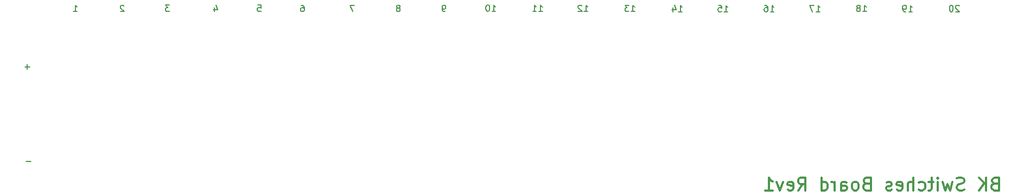
<source format=gbr>
%TF.GenerationSoftware,KiCad,Pcbnew,9.0.3*%
%TF.CreationDate,2025-07-15T09:49:43+03:00*%
%TF.ProjectId,switches_board,73776974-6368-4657-935f-626f6172642e,rev?*%
%TF.SameCoordinates,Original*%
%TF.FileFunction,Legend,Bot*%
%TF.FilePolarity,Positive*%
%FSLAX46Y46*%
G04 Gerber Fmt 4.6, Leading zero omitted, Abs format (unit mm)*
G04 Created by KiCad (PCBNEW 9.0.3) date 2025-07-15 09:49:43*
%MOMM*%
%LPD*%
G01*
G04 APERTURE LIST*
%ADD10C,0.150000*%
%ADD11C,0.300000*%
G04 APERTURE END LIST*
D10*
X58964411Y-85069819D02*
X59535839Y-85069819D01*
X59250125Y-85069819D02*
X59250125Y-84069819D01*
X59250125Y-84069819D02*
X59345363Y-84212676D01*
X59345363Y-84212676D02*
X59440601Y-84307914D01*
X59440601Y-84307914D02*
X59535839Y-84355533D01*
X174869411Y-85119819D02*
X175440839Y-85119819D01*
X175155125Y-85119819D02*
X175155125Y-84119819D01*
X175155125Y-84119819D02*
X175250363Y-84262676D01*
X175250363Y-84262676D02*
X175345601Y-84357914D01*
X175345601Y-84357914D02*
X175440839Y-84405533D01*
X174536077Y-84119819D02*
X173869411Y-84119819D01*
X173869411Y-84119819D02*
X174297982Y-85119819D01*
X80954649Y-84413152D02*
X80954649Y-85079819D01*
X81192744Y-84032200D02*
X81430839Y-84746485D01*
X81430839Y-84746485D02*
X80811792Y-84746485D01*
X102778458Y-84069819D02*
X102111792Y-84069819D01*
X102111792Y-84069819D02*
X102540363Y-85069819D01*
X116975601Y-85079819D02*
X116785125Y-85079819D01*
X116785125Y-85079819D02*
X116689887Y-85032200D01*
X116689887Y-85032200D02*
X116642268Y-84984580D01*
X116642268Y-84984580D02*
X116547030Y-84841723D01*
X116547030Y-84841723D02*
X116499411Y-84651247D01*
X116499411Y-84651247D02*
X116499411Y-84270295D01*
X116499411Y-84270295D02*
X116547030Y-84175057D01*
X116547030Y-84175057D02*
X116594649Y-84127438D01*
X116594649Y-84127438D02*
X116689887Y-84079819D01*
X116689887Y-84079819D02*
X116880363Y-84079819D01*
X116880363Y-84079819D02*
X116975601Y-84127438D01*
X116975601Y-84127438D02*
X117023220Y-84175057D01*
X117023220Y-84175057D02*
X117070839Y-84270295D01*
X117070839Y-84270295D02*
X117070839Y-84508390D01*
X117070839Y-84508390D02*
X117023220Y-84603628D01*
X117023220Y-84603628D02*
X116975601Y-84651247D01*
X116975601Y-84651247D02*
X116880363Y-84698866D01*
X116880363Y-84698866D02*
X116689887Y-84698866D01*
X116689887Y-84698866D02*
X116594649Y-84651247D01*
X116594649Y-84651247D02*
X116547030Y-84603628D01*
X116547030Y-84603628D02*
X116499411Y-84508390D01*
X94504649Y-84079819D02*
X94695125Y-84079819D01*
X94695125Y-84079819D02*
X94790363Y-84127438D01*
X94790363Y-84127438D02*
X94837982Y-84175057D01*
X94837982Y-84175057D02*
X94933220Y-84317914D01*
X94933220Y-84317914D02*
X94980839Y-84508390D01*
X94980839Y-84508390D02*
X94980839Y-84889342D01*
X94980839Y-84889342D02*
X94933220Y-84984580D01*
X94933220Y-84984580D02*
X94885601Y-85032200D01*
X94885601Y-85032200D02*
X94790363Y-85079819D01*
X94790363Y-85079819D02*
X94599887Y-85079819D01*
X94599887Y-85079819D02*
X94504649Y-85032200D01*
X94504649Y-85032200D02*
X94457030Y-84984580D01*
X94457030Y-84984580D02*
X94409411Y-84889342D01*
X94409411Y-84889342D02*
X94409411Y-84651247D01*
X94409411Y-84651247D02*
X94457030Y-84556009D01*
X94457030Y-84556009D02*
X94504649Y-84508390D01*
X94504649Y-84508390D02*
X94599887Y-84460771D01*
X94599887Y-84460771D02*
X94790363Y-84460771D01*
X94790363Y-84460771D02*
X94885601Y-84508390D01*
X94885601Y-84508390D02*
X94933220Y-84556009D01*
X94933220Y-84556009D02*
X94980839Y-84651247D01*
X73968458Y-84059819D02*
X73349411Y-84059819D01*
X73349411Y-84059819D02*
X73682744Y-84440771D01*
X73682744Y-84440771D02*
X73539887Y-84440771D01*
X73539887Y-84440771D02*
X73444649Y-84488390D01*
X73444649Y-84488390D02*
X73397030Y-84536009D01*
X73397030Y-84536009D02*
X73349411Y-84631247D01*
X73349411Y-84631247D02*
X73349411Y-84869342D01*
X73349411Y-84869342D02*
X73397030Y-84964580D01*
X73397030Y-84964580D02*
X73444649Y-85012200D01*
X73444649Y-85012200D02*
X73539887Y-85059819D01*
X73539887Y-85059819D02*
X73825601Y-85059819D01*
X73825601Y-85059819D02*
X73920839Y-85012200D01*
X73920839Y-85012200D02*
X73968458Y-84964580D01*
X66860839Y-84165057D02*
X66813220Y-84117438D01*
X66813220Y-84117438D02*
X66717982Y-84069819D01*
X66717982Y-84069819D02*
X66479887Y-84069819D01*
X66479887Y-84069819D02*
X66384649Y-84117438D01*
X66384649Y-84117438D02*
X66337030Y-84165057D01*
X66337030Y-84165057D02*
X66289411Y-84260295D01*
X66289411Y-84260295D02*
X66289411Y-84355533D01*
X66289411Y-84355533D02*
X66337030Y-84498390D01*
X66337030Y-84498390D02*
X66908458Y-85069819D01*
X66908458Y-85069819D02*
X66289411Y-85069819D01*
X87737030Y-84049819D02*
X88213220Y-84049819D01*
X88213220Y-84049819D02*
X88260839Y-84526009D01*
X88260839Y-84526009D02*
X88213220Y-84478390D01*
X88213220Y-84478390D02*
X88117982Y-84430771D01*
X88117982Y-84430771D02*
X87879887Y-84430771D01*
X87879887Y-84430771D02*
X87784649Y-84478390D01*
X87784649Y-84478390D02*
X87737030Y-84526009D01*
X87737030Y-84526009D02*
X87689411Y-84621247D01*
X87689411Y-84621247D02*
X87689411Y-84859342D01*
X87689411Y-84859342D02*
X87737030Y-84954580D01*
X87737030Y-84954580D02*
X87784649Y-85002200D01*
X87784649Y-85002200D02*
X87879887Y-85049819D01*
X87879887Y-85049819D02*
X88117982Y-85049819D01*
X88117982Y-85049819D02*
X88213220Y-85002200D01*
X88213220Y-85002200D02*
X88260839Y-84954580D01*
X52160951Y-93743866D02*
X51399047Y-93743866D01*
X51779999Y-94124819D02*
X51779999Y-93362914D01*
X160499411Y-85099819D02*
X161070839Y-85099819D01*
X160785125Y-85099819D02*
X160785125Y-84099819D01*
X160785125Y-84099819D02*
X160880363Y-84242676D01*
X160880363Y-84242676D02*
X160975601Y-84337914D01*
X160975601Y-84337914D02*
X161070839Y-84385533D01*
X159594649Y-84099819D02*
X160070839Y-84099819D01*
X160070839Y-84099819D02*
X160118458Y-84576009D01*
X160118458Y-84576009D02*
X160070839Y-84528390D01*
X160070839Y-84528390D02*
X159975601Y-84480771D01*
X159975601Y-84480771D02*
X159737506Y-84480771D01*
X159737506Y-84480771D02*
X159642268Y-84528390D01*
X159642268Y-84528390D02*
X159594649Y-84576009D01*
X159594649Y-84576009D02*
X159547030Y-84671247D01*
X159547030Y-84671247D02*
X159547030Y-84909342D01*
X159547030Y-84909342D02*
X159594649Y-85004580D01*
X159594649Y-85004580D02*
X159642268Y-85052200D01*
X159642268Y-85052200D02*
X159737506Y-85099819D01*
X159737506Y-85099819D02*
X159975601Y-85099819D01*
X159975601Y-85099819D02*
X160070839Y-85052200D01*
X160070839Y-85052200D02*
X160118458Y-85004580D01*
D11*
X202709774Y-112067019D02*
X202424060Y-112162257D01*
X202424060Y-112162257D02*
X202328822Y-112257495D01*
X202328822Y-112257495D02*
X202233584Y-112447971D01*
X202233584Y-112447971D02*
X202233584Y-112733685D01*
X202233584Y-112733685D02*
X202328822Y-112924161D01*
X202328822Y-112924161D02*
X202424060Y-113019400D01*
X202424060Y-113019400D02*
X202614536Y-113114638D01*
X202614536Y-113114638D02*
X203376441Y-113114638D01*
X203376441Y-113114638D02*
X203376441Y-111114638D01*
X203376441Y-111114638D02*
X202709774Y-111114638D01*
X202709774Y-111114638D02*
X202519298Y-111209876D01*
X202519298Y-111209876D02*
X202424060Y-111305114D01*
X202424060Y-111305114D02*
X202328822Y-111495590D01*
X202328822Y-111495590D02*
X202328822Y-111686066D01*
X202328822Y-111686066D02*
X202424060Y-111876542D01*
X202424060Y-111876542D02*
X202519298Y-111971780D01*
X202519298Y-111971780D02*
X202709774Y-112067019D01*
X202709774Y-112067019D02*
X203376441Y-112067019D01*
X201376441Y-113114638D02*
X201376441Y-111114638D01*
X200233584Y-113114638D02*
X201090727Y-111971780D01*
X200233584Y-111114638D02*
X201376441Y-112257495D01*
X197947869Y-113019400D02*
X197662155Y-113114638D01*
X197662155Y-113114638D02*
X197185964Y-113114638D01*
X197185964Y-113114638D02*
X196995488Y-113019400D01*
X196995488Y-113019400D02*
X196900250Y-112924161D01*
X196900250Y-112924161D02*
X196805012Y-112733685D01*
X196805012Y-112733685D02*
X196805012Y-112543209D01*
X196805012Y-112543209D02*
X196900250Y-112352733D01*
X196900250Y-112352733D02*
X196995488Y-112257495D01*
X196995488Y-112257495D02*
X197185964Y-112162257D01*
X197185964Y-112162257D02*
X197566917Y-112067019D01*
X197566917Y-112067019D02*
X197757393Y-111971780D01*
X197757393Y-111971780D02*
X197852631Y-111876542D01*
X197852631Y-111876542D02*
X197947869Y-111686066D01*
X197947869Y-111686066D02*
X197947869Y-111495590D01*
X197947869Y-111495590D02*
X197852631Y-111305114D01*
X197852631Y-111305114D02*
X197757393Y-111209876D01*
X197757393Y-111209876D02*
X197566917Y-111114638D01*
X197566917Y-111114638D02*
X197090726Y-111114638D01*
X197090726Y-111114638D02*
X196805012Y-111209876D01*
X196138345Y-111781304D02*
X195757393Y-113114638D01*
X195757393Y-113114638D02*
X195376440Y-112162257D01*
X195376440Y-112162257D02*
X194995488Y-113114638D01*
X194995488Y-113114638D02*
X194614536Y-111781304D01*
X193852631Y-113114638D02*
X193852631Y-111781304D01*
X193852631Y-111114638D02*
X193947869Y-111209876D01*
X193947869Y-111209876D02*
X193852631Y-111305114D01*
X193852631Y-111305114D02*
X193757393Y-111209876D01*
X193757393Y-111209876D02*
X193852631Y-111114638D01*
X193852631Y-111114638D02*
X193852631Y-111305114D01*
X193185964Y-111781304D02*
X192424060Y-111781304D01*
X192900250Y-111114638D02*
X192900250Y-112828923D01*
X192900250Y-112828923D02*
X192805012Y-113019400D01*
X192805012Y-113019400D02*
X192614536Y-113114638D01*
X192614536Y-113114638D02*
X192424060Y-113114638D01*
X190900250Y-113019400D02*
X191090726Y-113114638D01*
X191090726Y-113114638D02*
X191471679Y-113114638D01*
X191471679Y-113114638D02*
X191662155Y-113019400D01*
X191662155Y-113019400D02*
X191757393Y-112924161D01*
X191757393Y-112924161D02*
X191852631Y-112733685D01*
X191852631Y-112733685D02*
X191852631Y-112162257D01*
X191852631Y-112162257D02*
X191757393Y-111971780D01*
X191757393Y-111971780D02*
X191662155Y-111876542D01*
X191662155Y-111876542D02*
X191471679Y-111781304D01*
X191471679Y-111781304D02*
X191090726Y-111781304D01*
X191090726Y-111781304D02*
X190900250Y-111876542D01*
X190043107Y-113114638D02*
X190043107Y-111114638D01*
X189185964Y-113114638D02*
X189185964Y-112067019D01*
X189185964Y-112067019D02*
X189281202Y-111876542D01*
X189281202Y-111876542D02*
X189471678Y-111781304D01*
X189471678Y-111781304D02*
X189757393Y-111781304D01*
X189757393Y-111781304D02*
X189947869Y-111876542D01*
X189947869Y-111876542D02*
X190043107Y-111971780D01*
X187471678Y-113019400D02*
X187662154Y-113114638D01*
X187662154Y-113114638D02*
X188043107Y-113114638D01*
X188043107Y-113114638D02*
X188233583Y-113019400D01*
X188233583Y-113019400D02*
X188328821Y-112828923D01*
X188328821Y-112828923D02*
X188328821Y-112067019D01*
X188328821Y-112067019D02*
X188233583Y-111876542D01*
X188233583Y-111876542D02*
X188043107Y-111781304D01*
X188043107Y-111781304D02*
X187662154Y-111781304D01*
X187662154Y-111781304D02*
X187471678Y-111876542D01*
X187471678Y-111876542D02*
X187376440Y-112067019D01*
X187376440Y-112067019D02*
X187376440Y-112257495D01*
X187376440Y-112257495D02*
X188328821Y-112447971D01*
X186614535Y-113019400D02*
X186424059Y-113114638D01*
X186424059Y-113114638D02*
X186043107Y-113114638D01*
X186043107Y-113114638D02*
X185852630Y-113019400D01*
X185852630Y-113019400D02*
X185757392Y-112828923D01*
X185757392Y-112828923D02*
X185757392Y-112733685D01*
X185757392Y-112733685D02*
X185852630Y-112543209D01*
X185852630Y-112543209D02*
X186043107Y-112447971D01*
X186043107Y-112447971D02*
X186328821Y-112447971D01*
X186328821Y-112447971D02*
X186519297Y-112352733D01*
X186519297Y-112352733D02*
X186614535Y-112162257D01*
X186614535Y-112162257D02*
X186614535Y-112067019D01*
X186614535Y-112067019D02*
X186519297Y-111876542D01*
X186519297Y-111876542D02*
X186328821Y-111781304D01*
X186328821Y-111781304D02*
X186043107Y-111781304D01*
X186043107Y-111781304D02*
X185852630Y-111876542D01*
X182709772Y-112067019D02*
X182424058Y-112162257D01*
X182424058Y-112162257D02*
X182328820Y-112257495D01*
X182328820Y-112257495D02*
X182233582Y-112447971D01*
X182233582Y-112447971D02*
X182233582Y-112733685D01*
X182233582Y-112733685D02*
X182328820Y-112924161D01*
X182328820Y-112924161D02*
X182424058Y-113019400D01*
X182424058Y-113019400D02*
X182614534Y-113114638D01*
X182614534Y-113114638D02*
X183376439Y-113114638D01*
X183376439Y-113114638D02*
X183376439Y-111114638D01*
X183376439Y-111114638D02*
X182709772Y-111114638D01*
X182709772Y-111114638D02*
X182519296Y-111209876D01*
X182519296Y-111209876D02*
X182424058Y-111305114D01*
X182424058Y-111305114D02*
X182328820Y-111495590D01*
X182328820Y-111495590D02*
X182328820Y-111686066D01*
X182328820Y-111686066D02*
X182424058Y-111876542D01*
X182424058Y-111876542D02*
X182519296Y-111971780D01*
X182519296Y-111971780D02*
X182709772Y-112067019D01*
X182709772Y-112067019D02*
X183376439Y-112067019D01*
X181090725Y-113114638D02*
X181281201Y-113019400D01*
X181281201Y-113019400D02*
X181376439Y-112924161D01*
X181376439Y-112924161D02*
X181471677Y-112733685D01*
X181471677Y-112733685D02*
X181471677Y-112162257D01*
X181471677Y-112162257D02*
X181376439Y-111971780D01*
X181376439Y-111971780D02*
X181281201Y-111876542D01*
X181281201Y-111876542D02*
X181090725Y-111781304D01*
X181090725Y-111781304D02*
X180805010Y-111781304D01*
X180805010Y-111781304D02*
X180614534Y-111876542D01*
X180614534Y-111876542D02*
X180519296Y-111971780D01*
X180519296Y-111971780D02*
X180424058Y-112162257D01*
X180424058Y-112162257D02*
X180424058Y-112733685D01*
X180424058Y-112733685D02*
X180519296Y-112924161D01*
X180519296Y-112924161D02*
X180614534Y-113019400D01*
X180614534Y-113019400D02*
X180805010Y-113114638D01*
X180805010Y-113114638D02*
X181090725Y-113114638D01*
X178709772Y-113114638D02*
X178709772Y-112067019D01*
X178709772Y-112067019D02*
X178805010Y-111876542D01*
X178805010Y-111876542D02*
X178995486Y-111781304D01*
X178995486Y-111781304D02*
X179376439Y-111781304D01*
X179376439Y-111781304D02*
X179566915Y-111876542D01*
X178709772Y-113019400D02*
X178900248Y-113114638D01*
X178900248Y-113114638D02*
X179376439Y-113114638D01*
X179376439Y-113114638D02*
X179566915Y-113019400D01*
X179566915Y-113019400D02*
X179662153Y-112828923D01*
X179662153Y-112828923D02*
X179662153Y-112638447D01*
X179662153Y-112638447D02*
X179566915Y-112447971D01*
X179566915Y-112447971D02*
X179376439Y-112352733D01*
X179376439Y-112352733D02*
X178900248Y-112352733D01*
X178900248Y-112352733D02*
X178709772Y-112257495D01*
X177757391Y-113114638D02*
X177757391Y-111781304D01*
X177757391Y-112162257D02*
X177662153Y-111971780D01*
X177662153Y-111971780D02*
X177566915Y-111876542D01*
X177566915Y-111876542D02*
X177376439Y-111781304D01*
X177376439Y-111781304D02*
X177185962Y-111781304D01*
X175662153Y-113114638D02*
X175662153Y-111114638D01*
X175662153Y-113019400D02*
X175852629Y-113114638D01*
X175852629Y-113114638D02*
X176233582Y-113114638D01*
X176233582Y-113114638D02*
X176424058Y-113019400D01*
X176424058Y-113019400D02*
X176519296Y-112924161D01*
X176519296Y-112924161D02*
X176614534Y-112733685D01*
X176614534Y-112733685D02*
X176614534Y-112162257D01*
X176614534Y-112162257D02*
X176519296Y-111971780D01*
X176519296Y-111971780D02*
X176424058Y-111876542D01*
X176424058Y-111876542D02*
X176233582Y-111781304D01*
X176233582Y-111781304D02*
X175852629Y-111781304D01*
X175852629Y-111781304D02*
X175662153Y-111876542D01*
X172043105Y-113114638D02*
X172709772Y-112162257D01*
X173185962Y-113114638D02*
X173185962Y-111114638D01*
X173185962Y-111114638D02*
X172424057Y-111114638D01*
X172424057Y-111114638D02*
X172233581Y-111209876D01*
X172233581Y-111209876D02*
X172138343Y-111305114D01*
X172138343Y-111305114D02*
X172043105Y-111495590D01*
X172043105Y-111495590D02*
X172043105Y-111781304D01*
X172043105Y-111781304D02*
X172138343Y-111971780D01*
X172138343Y-111971780D02*
X172233581Y-112067019D01*
X172233581Y-112067019D02*
X172424057Y-112162257D01*
X172424057Y-112162257D02*
X173185962Y-112162257D01*
X170424057Y-113019400D02*
X170614533Y-113114638D01*
X170614533Y-113114638D02*
X170995486Y-113114638D01*
X170995486Y-113114638D02*
X171185962Y-113019400D01*
X171185962Y-113019400D02*
X171281200Y-112828923D01*
X171281200Y-112828923D02*
X171281200Y-112067019D01*
X171281200Y-112067019D02*
X171185962Y-111876542D01*
X171185962Y-111876542D02*
X170995486Y-111781304D01*
X170995486Y-111781304D02*
X170614533Y-111781304D01*
X170614533Y-111781304D02*
X170424057Y-111876542D01*
X170424057Y-111876542D02*
X170328819Y-112067019D01*
X170328819Y-112067019D02*
X170328819Y-112257495D01*
X170328819Y-112257495D02*
X171281200Y-112447971D01*
X169662152Y-111781304D02*
X169185962Y-113114638D01*
X169185962Y-113114638D02*
X168709771Y-111781304D01*
X166900247Y-113114638D02*
X168043104Y-113114638D01*
X167471676Y-113114638D02*
X167471676Y-111114638D01*
X167471676Y-111114638D02*
X167662152Y-111400352D01*
X167662152Y-111400352D02*
X167852628Y-111590828D01*
X167852628Y-111590828D02*
X168043104Y-111686066D01*
D10*
X189309411Y-85099819D02*
X189880839Y-85099819D01*
X189595125Y-85099819D02*
X189595125Y-84099819D01*
X189595125Y-84099819D02*
X189690363Y-84242676D01*
X189690363Y-84242676D02*
X189785601Y-84337914D01*
X189785601Y-84337914D02*
X189880839Y-84385533D01*
X188833220Y-85099819D02*
X188642744Y-85099819D01*
X188642744Y-85099819D02*
X188547506Y-85052200D01*
X188547506Y-85052200D02*
X188499887Y-85004580D01*
X188499887Y-85004580D02*
X188404649Y-84861723D01*
X188404649Y-84861723D02*
X188357030Y-84671247D01*
X188357030Y-84671247D02*
X188357030Y-84290295D01*
X188357030Y-84290295D02*
X188404649Y-84195057D01*
X188404649Y-84195057D02*
X188452268Y-84147438D01*
X188452268Y-84147438D02*
X188547506Y-84099819D01*
X188547506Y-84099819D02*
X188737982Y-84099819D01*
X188737982Y-84099819D02*
X188833220Y-84147438D01*
X188833220Y-84147438D02*
X188880839Y-84195057D01*
X188880839Y-84195057D02*
X188928458Y-84290295D01*
X188928458Y-84290295D02*
X188928458Y-84528390D01*
X188928458Y-84528390D02*
X188880839Y-84623628D01*
X188880839Y-84623628D02*
X188833220Y-84671247D01*
X188833220Y-84671247D02*
X188737982Y-84718866D01*
X188737982Y-84718866D02*
X188547506Y-84718866D01*
X188547506Y-84718866D02*
X188452268Y-84671247D01*
X188452268Y-84671247D02*
X188404649Y-84623628D01*
X188404649Y-84623628D02*
X188357030Y-84528390D01*
X153369411Y-85089819D02*
X153940839Y-85089819D01*
X153655125Y-85089819D02*
X153655125Y-84089819D01*
X153655125Y-84089819D02*
X153750363Y-84232676D01*
X153750363Y-84232676D02*
X153845601Y-84327914D01*
X153845601Y-84327914D02*
X153940839Y-84375533D01*
X152512268Y-84423152D02*
X152512268Y-85089819D01*
X152750363Y-84042200D02*
X152988458Y-84756485D01*
X152988458Y-84756485D02*
X152369411Y-84756485D01*
X197180839Y-84185057D02*
X197133220Y-84137438D01*
X197133220Y-84137438D02*
X197037982Y-84089819D01*
X197037982Y-84089819D02*
X196799887Y-84089819D01*
X196799887Y-84089819D02*
X196704649Y-84137438D01*
X196704649Y-84137438D02*
X196657030Y-84185057D01*
X196657030Y-84185057D02*
X196609411Y-84280295D01*
X196609411Y-84280295D02*
X196609411Y-84375533D01*
X196609411Y-84375533D02*
X196657030Y-84518390D01*
X196657030Y-84518390D02*
X197228458Y-85089819D01*
X197228458Y-85089819D02*
X196609411Y-85089819D01*
X195990363Y-84089819D02*
X195895125Y-84089819D01*
X195895125Y-84089819D02*
X195799887Y-84137438D01*
X195799887Y-84137438D02*
X195752268Y-84185057D01*
X195752268Y-84185057D02*
X195704649Y-84280295D01*
X195704649Y-84280295D02*
X195657030Y-84470771D01*
X195657030Y-84470771D02*
X195657030Y-84708866D01*
X195657030Y-84708866D02*
X195704649Y-84899342D01*
X195704649Y-84899342D02*
X195752268Y-84994580D01*
X195752268Y-84994580D02*
X195799887Y-85042200D01*
X195799887Y-85042200D02*
X195895125Y-85089819D01*
X195895125Y-85089819D02*
X195990363Y-85089819D01*
X195990363Y-85089819D02*
X196085601Y-85042200D01*
X196085601Y-85042200D02*
X196133220Y-84994580D01*
X196133220Y-84994580D02*
X196180839Y-84899342D01*
X196180839Y-84899342D02*
X196228458Y-84708866D01*
X196228458Y-84708866D02*
X196228458Y-84470771D01*
X196228458Y-84470771D02*
X196180839Y-84280295D01*
X196180839Y-84280295D02*
X196133220Y-84185057D01*
X196133220Y-84185057D02*
X196085601Y-84137438D01*
X196085601Y-84137438D02*
X195990363Y-84089819D01*
X145969411Y-85069819D02*
X146540839Y-85069819D01*
X146255125Y-85069819D02*
X146255125Y-84069819D01*
X146255125Y-84069819D02*
X146350363Y-84212676D01*
X146350363Y-84212676D02*
X146445601Y-84307914D01*
X146445601Y-84307914D02*
X146540839Y-84355533D01*
X145636077Y-84069819D02*
X145017030Y-84069819D01*
X145017030Y-84069819D02*
X145350363Y-84450771D01*
X145350363Y-84450771D02*
X145207506Y-84450771D01*
X145207506Y-84450771D02*
X145112268Y-84498390D01*
X145112268Y-84498390D02*
X145064649Y-84546009D01*
X145064649Y-84546009D02*
X145017030Y-84641247D01*
X145017030Y-84641247D02*
X145017030Y-84879342D01*
X145017030Y-84879342D02*
X145064649Y-84974580D01*
X145064649Y-84974580D02*
X145112268Y-85022200D01*
X145112268Y-85022200D02*
X145207506Y-85069819D01*
X145207506Y-85069819D02*
X145493220Y-85069819D01*
X145493220Y-85069819D02*
X145588458Y-85022200D01*
X145588458Y-85022200D02*
X145636077Y-84974580D01*
X109760363Y-84498390D02*
X109855601Y-84450771D01*
X109855601Y-84450771D02*
X109903220Y-84403152D01*
X109903220Y-84403152D02*
X109950839Y-84307914D01*
X109950839Y-84307914D02*
X109950839Y-84260295D01*
X109950839Y-84260295D02*
X109903220Y-84165057D01*
X109903220Y-84165057D02*
X109855601Y-84117438D01*
X109855601Y-84117438D02*
X109760363Y-84069819D01*
X109760363Y-84069819D02*
X109569887Y-84069819D01*
X109569887Y-84069819D02*
X109474649Y-84117438D01*
X109474649Y-84117438D02*
X109427030Y-84165057D01*
X109427030Y-84165057D02*
X109379411Y-84260295D01*
X109379411Y-84260295D02*
X109379411Y-84307914D01*
X109379411Y-84307914D02*
X109427030Y-84403152D01*
X109427030Y-84403152D02*
X109474649Y-84450771D01*
X109474649Y-84450771D02*
X109569887Y-84498390D01*
X109569887Y-84498390D02*
X109760363Y-84498390D01*
X109760363Y-84498390D02*
X109855601Y-84546009D01*
X109855601Y-84546009D02*
X109903220Y-84593628D01*
X109903220Y-84593628D02*
X109950839Y-84688866D01*
X109950839Y-84688866D02*
X109950839Y-84879342D01*
X109950839Y-84879342D02*
X109903220Y-84974580D01*
X109903220Y-84974580D02*
X109855601Y-85022200D01*
X109855601Y-85022200D02*
X109760363Y-85069819D01*
X109760363Y-85069819D02*
X109569887Y-85069819D01*
X109569887Y-85069819D02*
X109474649Y-85022200D01*
X109474649Y-85022200D02*
X109427030Y-84974580D01*
X109427030Y-84974580D02*
X109379411Y-84879342D01*
X109379411Y-84879342D02*
X109379411Y-84688866D01*
X109379411Y-84688866D02*
X109427030Y-84593628D01*
X109427030Y-84593628D02*
X109474649Y-84546009D01*
X109474649Y-84546009D02*
X109569887Y-84498390D01*
X167709411Y-85089819D02*
X168280839Y-85089819D01*
X167995125Y-85089819D02*
X167995125Y-84089819D01*
X167995125Y-84089819D02*
X168090363Y-84232676D01*
X168090363Y-84232676D02*
X168185601Y-84327914D01*
X168185601Y-84327914D02*
X168280839Y-84375533D01*
X166852268Y-84089819D02*
X167042744Y-84089819D01*
X167042744Y-84089819D02*
X167137982Y-84137438D01*
X167137982Y-84137438D02*
X167185601Y-84185057D01*
X167185601Y-84185057D02*
X167280839Y-84327914D01*
X167280839Y-84327914D02*
X167328458Y-84518390D01*
X167328458Y-84518390D02*
X167328458Y-84899342D01*
X167328458Y-84899342D02*
X167280839Y-84994580D01*
X167280839Y-84994580D02*
X167233220Y-85042200D01*
X167233220Y-85042200D02*
X167137982Y-85089819D01*
X167137982Y-85089819D02*
X166947506Y-85089819D01*
X166947506Y-85089819D02*
X166852268Y-85042200D01*
X166852268Y-85042200D02*
X166804649Y-84994580D01*
X166804649Y-84994580D02*
X166757030Y-84899342D01*
X166757030Y-84899342D02*
X166757030Y-84661247D01*
X166757030Y-84661247D02*
X166804649Y-84566009D01*
X166804649Y-84566009D02*
X166852268Y-84518390D01*
X166852268Y-84518390D02*
X166947506Y-84470771D01*
X166947506Y-84470771D02*
X167137982Y-84470771D01*
X167137982Y-84470771D02*
X167233220Y-84518390D01*
X167233220Y-84518390D02*
X167280839Y-84566009D01*
X167280839Y-84566009D02*
X167328458Y-84661247D01*
X182119411Y-85069819D02*
X182690839Y-85069819D01*
X182405125Y-85069819D02*
X182405125Y-84069819D01*
X182405125Y-84069819D02*
X182500363Y-84212676D01*
X182500363Y-84212676D02*
X182595601Y-84307914D01*
X182595601Y-84307914D02*
X182690839Y-84355533D01*
X181547982Y-84498390D02*
X181643220Y-84450771D01*
X181643220Y-84450771D02*
X181690839Y-84403152D01*
X181690839Y-84403152D02*
X181738458Y-84307914D01*
X181738458Y-84307914D02*
X181738458Y-84260295D01*
X181738458Y-84260295D02*
X181690839Y-84165057D01*
X181690839Y-84165057D02*
X181643220Y-84117438D01*
X181643220Y-84117438D02*
X181547982Y-84069819D01*
X181547982Y-84069819D02*
X181357506Y-84069819D01*
X181357506Y-84069819D02*
X181262268Y-84117438D01*
X181262268Y-84117438D02*
X181214649Y-84165057D01*
X181214649Y-84165057D02*
X181167030Y-84260295D01*
X181167030Y-84260295D02*
X181167030Y-84307914D01*
X181167030Y-84307914D02*
X181214649Y-84403152D01*
X181214649Y-84403152D02*
X181262268Y-84450771D01*
X181262268Y-84450771D02*
X181357506Y-84498390D01*
X181357506Y-84498390D02*
X181547982Y-84498390D01*
X181547982Y-84498390D02*
X181643220Y-84546009D01*
X181643220Y-84546009D02*
X181690839Y-84593628D01*
X181690839Y-84593628D02*
X181738458Y-84688866D01*
X181738458Y-84688866D02*
X181738458Y-84879342D01*
X181738458Y-84879342D02*
X181690839Y-84974580D01*
X181690839Y-84974580D02*
X181643220Y-85022200D01*
X181643220Y-85022200D02*
X181547982Y-85069819D01*
X181547982Y-85069819D02*
X181357506Y-85069819D01*
X181357506Y-85069819D02*
X181262268Y-85022200D01*
X181262268Y-85022200D02*
X181214649Y-84974580D01*
X181214649Y-84974580D02*
X181167030Y-84879342D01*
X181167030Y-84879342D02*
X181167030Y-84688866D01*
X181167030Y-84688866D02*
X181214649Y-84593628D01*
X181214649Y-84593628D02*
X181262268Y-84546009D01*
X181262268Y-84546009D02*
X181357506Y-84498390D01*
X138659411Y-85069819D02*
X139230839Y-85069819D01*
X138945125Y-85069819D02*
X138945125Y-84069819D01*
X138945125Y-84069819D02*
X139040363Y-84212676D01*
X139040363Y-84212676D02*
X139135601Y-84307914D01*
X139135601Y-84307914D02*
X139230839Y-84355533D01*
X138278458Y-84165057D02*
X138230839Y-84117438D01*
X138230839Y-84117438D02*
X138135601Y-84069819D01*
X138135601Y-84069819D02*
X137897506Y-84069819D01*
X137897506Y-84069819D02*
X137802268Y-84117438D01*
X137802268Y-84117438D02*
X137754649Y-84165057D01*
X137754649Y-84165057D02*
X137707030Y-84260295D01*
X137707030Y-84260295D02*
X137707030Y-84355533D01*
X137707030Y-84355533D02*
X137754649Y-84498390D01*
X137754649Y-84498390D02*
X138326077Y-85069819D01*
X138326077Y-85069819D02*
X137707030Y-85069819D01*
X131579411Y-85049819D02*
X132150839Y-85049819D01*
X131865125Y-85049819D02*
X131865125Y-84049819D01*
X131865125Y-84049819D02*
X131960363Y-84192676D01*
X131960363Y-84192676D02*
X132055601Y-84287914D01*
X132055601Y-84287914D02*
X132150839Y-84335533D01*
X130627030Y-85049819D02*
X131198458Y-85049819D01*
X130912744Y-85049819D02*
X130912744Y-84049819D01*
X130912744Y-84049819D02*
X131007982Y-84192676D01*
X131007982Y-84192676D02*
X131103220Y-84287914D01*
X131103220Y-84287914D02*
X131198458Y-84335533D01*
X52350951Y-108563866D02*
X51589047Y-108563866D01*
X124289411Y-85039819D02*
X124860839Y-85039819D01*
X124575125Y-85039819D02*
X124575125Y-84039819D01*
X124575125Y-84039819D02*
X124670363Y-84182676D01*
X124670363Y-84182676D02*
X124765601Y-84277914D01*
X124765601Y-84277914D02*
X124860839Y-84325533D01*
X123670363Y-84039819D02*
X123575125Y-84039819D01*
X123575125Y-84039819D02*
X123479887Y-84087438D01*
X123479887Y-84087438D02*
X123432268Y-84135057D01*
X123432268Y-84135057D02*
X123384649Y-84230295D01*
X123384649Y-84230295D02*
X123337030Y-84420771D01*
X123337030Y-84420771D02*
X123337030Y-84658866D01*
X123337030Y-84658866D02*
X123384649Y-84849342D01*
X123384649Y-84849342D02*
X123432268Y-84944580D01*
X123432268Y-84944580D02*
X123479887Y-84992200D01*
X123479887Y-84992200D02*
X123575125Y-85039819D01*
X123575125Y-85039819D02*
X123670363Y-85039819D01*
X123670363Y-85039819D02*
X123765601Y-84992200D01*
X123765601Y-84992200D02*
X123813220Y-84944580D01*
X123813220Y-84944580D02*
X123860839Y-84849342D01*
X123860839Y-84849342D02*
X123908458Y-84658866D01*
X123908458Y-84658866D02*
X123908458Y-84420771D01*
X123908458Y-84420771D02*
X123860839Y-84230295D01*
X123860839Y-84230295D02*
X123813220Y-84135057D01*
X123813220Y-84135057D02*
X123765601Y-84087438D01*
X123765601Y-84087438D02*
X123670363Y-84039819D01*
M02*

</source>
